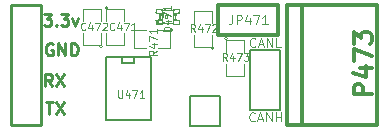
<source format=gto>
G04 (created by PCBNEW (2013-07-07 BZR 4022)-stable) date 25/02/2014 10:24:33*
%MOIN*%
G04 Gerber Fmt 3.4, Leading zero omitted, Abs format*
%FSLAX34Y34*%
G01*
G70*
G90*
G04 APERTURE LIST*
%ADD10C,0.00590551*%
%ADD11C,0.01*%
%ADD12C,0.004*%
%ADD13C,0.0039*%
%ADD14C,0.006*%
%ADD15C,0.005*%
%ADD16C,0.0026*%
%ADD17C,0.002*%
%ADD18C,0.012*%
%ADD19C,0.0043*%
%ADD20C,0.003*%
G04 APERTURE END LIST*
G54D10*
G54D11*
X54353Y-70461D02*
X54601Y-70461D01*
X54467Y-70614D01*
X54525Y-70614D01*
X54563Y-70633D01*
X54582Y-70652D01*
X54601Y-70690D01*
X54601Y-70785D01*
X54582Y-70823D01*
X54563Y-70842D01*
X54525Y-70861D01*
X54410Y-70861D01*
X54372Y-70842D01*
X54353Y-70823D01*
X54772Y-70823D02*
X54791Y-70842D01*
X54772Y-70861D01*
X54753Y-70842D01*
X54772Y-70823D01*
X54772Y-70861D01*
X54925Y-70461D02*
X55172Y-70461D01*
X55039Y-70614D01*
X55096Y-70614D01*
X55134Y-70633D01*
X55153Y-70652D01*
X55172Y-70690D01*
X55172Y-70785D01*
X55153Y-70823D01*
X55134Y-70842D01*
X55096Y-70861D01*
X54982Y-70861D01*
X54944Y-70842D01*
X54925Y-70823D01*
X55305Y-70595D02*
X55401Y-70861D01*
X55496Y-70595D01*
X54645Y-71455D02*
X54607Y-71436D01*
X54550Y-71436D01*
X54492Y-71455D01*
X54454Y-71494D01*
X54435Y-71532D01*
X54416Y-71608D01*
X54416Y-71665D01*
X54435Y-71741D01*
X54454Y-71779D01*
X54492Y-71817D01*
X54550Y-71836D01*
X54588Y-71836D01*
X54645Y-71817D01*
X54664Y-71798D01*
X54664Y-71665D01*
X54588Y-71665D01*
X54835Y-71836D02*
X54835Y-71436D01*
X55064Y-71836D01*
X55064Y-71436D01*
X55254Y-71836D02*
X55254Y-71436D01*
X55350Y-71436D01*
X55407Y-71455D01*
X55445Y-71494D01*
X55464Y-71532D01*
X55483Y-71608D01*
X55483Y-71665D01*
X55464Y-71741D01*
X55445Y-71779D01*
X55407Y-71817D01*
X55350Y-71836D01*
X55254Y-71836D01*
X54633Y-72861D02*
X54500Y-72671D01*
X54404Y-72861D02*
X54404Y-72461D01*
X54557Y-72461D01*
X54595Y-72480D01*
X54614Y-72500D01*
X54633Y-72538D01*
X54633Y-72595D01*
X54614Y-72633D01*
X54595Y-72652D01*
X54557Y-72671D01*
X54404Y-72671D01*
X54766Y-72461D02*
X55033Y-72861D01*
X55033Y-72461D02*
X54766Y-72861D01*
X54420Y-73411D02*
X54648Y-73411D01*
X54534Y-73811D02*
X54534Y-73411D01*
X54744Y-73411D02*
X55010Y-73811D01*
X55010Y-73411D02*
X54744Y-73811D01*
G54D12*
X61405Y-71532D02*
X61391Y-71547D01*
X61348Y-71561D01*
X61320Y-71561D01*
X61277Y-71547D01*
X61248Y-71518D01*
X61234Y-71490D01*
X61220Y-71432D01*
X61220Y-71390D01*
X61234Y-71332D01*
X61248Y-71304D01*
X61277Y-71275D01*
X61320Y-71261D01*
X61348Y-71261D01*
X61391Y-71275D01*
X61405Y-71290D01*
X61520Y-71475D02*
X61662Y-71475D01*
X61491Y-71561D02*
X61591Y-71261D01*
X61691Y-71561D01*
X61791Y-71561D02*
X61791Y-71261D01*
X61962Y-71561D01*
X61962Y-71261D01*
X62248Y-71561D02*
X62105Y-71561D01*
X62105Y-71261D01*
X61390Y-74012D02*
X61375Y-74027D01*
X61332Y-74041D01*
X61304Y-74041D01*
X61261Y-74027D01*
X61232Y-73998D01*
X61218Y-73970D01*
X61204Y-73912D01*
X61204Y-73870D01*
X61218Y-73812D01*
X61232Y-73784D01*
X61261Y-73755D01*
X61304Y-73741D01*
X61332Y-73741D01*
X61375Y-73755D01*
X61390Y-73770D01*
X61504Y-73955D02*
X61647Y-73955D01*
X61475Y-74041D02*
X61575Y-73741D01*
X61675Y-74041D01*
X61775Y-74041D02*
X61775Y-73741D01*
X61947Y-74041D01*
X61947Y-73741D01*
X62090Y-74041D02*
X62090Y-73741D01*
X62090Y-73884D02*
X62261Y-73884D01*
X62261Y-74041D02*
X62261Y-73741D01*
G54D13*
X56490Y-70250D02*
G75*
G03X56490Y-70250I-50J0D01*
G74*
G01*
X56440Y-70700D02*
X56440Y-70300D01*
X56440Y-70300D02*
X57040Y-70300D01*
X57040Y-70300D02*
X57040Y-70700D01*
X57040Y-71100D02*
X57040Y-71500D01*
X57040Y-71500D02*
X56440Y-71500D01*
X56440Y-71500D02*
X56440Y-71100D01*
X56310Y-71550D02*
G75*
G03X56310Y-71550I-50J0D01*
G74*
G01*
X56260Y-71100D02*
X56260Y-71500D01*
X56260Y-71500D02*
X55660Y-71500D01*
X55660Y-71500D02*
X55660Y-71100D01*
X55660Y-70700D02*
X55660Y-70300D01*
X55660Y-70300D02*
X56260Y-70300D01*
X56260Y-70300D02*
X56260Y-70700D01*
X58660Y-71000D02*
G75*
G03X58660Y-71000I-50J0D01*
G74*
G01*
X58160Y-71000D02*
X58560Y-71000D01*
X58560Y-71000D02*
X58560Y-71600D01*
X58560Y-71600D02*
X58160Y-71600D01*
X57760Y-71600D02*
X57360Y-71600D01*
X57360Y-71600D02*
X57360Y-71000D01*
X57360Y-71000D02*
X57760Y-71000D01*
X60025Y-71600D02*
G75*
G03X60025Y-71600I-50J0D01*
G74*
G01*
X59975Y-71150D02*
X59975Y-71550D01*
X59975Y-71550D02*
X59375Y-71550D01*
X59375Y-71550D02*
X59375Y-71150D01*
X59375Y-70750D02*
X59375Y-70350D01*
X59375Y-70350D02*
X59975Y-70350D01*
X59975Y-70350D02*
X59975Y-70750D01*
G54D11*
X53250Y-74175D02*
X53250Y-70175D01*
X54250Y-74175D02*
X54250Y-70175D01*
X54250Y-70175D02*
X53250Y-70175D01*
X53250Y-74175D02*
X54250Y-74175D01*
G54D14*
X61240Y-71660D02*
X62240Y-71660D01*
X62240Y-71660D02*
X62240Y-73660D01*
X62240Y-73660D02*
X61240Y-73660D01*
X61240Y-73660D02*
X61240Y-71660D01*
G54D15*
X56460Y-71890D02*
X56410Y-71890D01*
X56410Y-71890D02*
X56410Y-73990D01*
X57910Y-73990D02*
X57910Y-71890D01*
X57910Y-71890D02*
X56460Y-71890D01*
X57360Y-71890D02*
X57360Y-72090D01*
X57360Y-72090D02*
X56960Y-72090D01*
X56960Y-72090D02*
X56960Y-71890D01*
X57910Y-73990D02*
X56410Y-73990D01*
G54D13*
X60470Y-71270D02*
G75*
G03X60470Y-71270I-50J0D01*
G74*
G01*
X60420Y-71720D02*
X60420Y-71320D01*
X60420Y-71320D02*
X61020Y-71320D01*
X61020Y-71320D02*
X61020Y-71720D01*
X61020Y-72120D02*
X61020Y-72520D01*
X61020Y-72520D02*
X60420Y-72520D01*
X60420Y-72520D02*
X60420Y-72120D01*
G54D14*
X60240Y-74180D02*
X59240Y-74180D01*
X59240Y-73180D02*
X60240Y-73180D01*
X59240Y-74180D02*
X59240Y-73180D01*
X60240Y-73180D02*
X60240Y-74180D01*
G54D16*
X58279Y-70432D02*
X58279Y-70304D01*
X58279Y-70304D02*
X58082Y-70304D01*
X58082Y-70432D02*
X58082Y-70304D01*
X58279Y-70432D02*
X58082Y-70432D01*
X58279Y-70677D02*
X58279Y-70618D01*
X58279Y-70618D02*
X58180Y-70618D01*
X58180Y-70677D02*
X58180Y-70618D01*
X58279Y-70677D02*
X58180Y-70677D01*
X58279Y-70482D02*
X58279Y-70423D01*
X58279Y-70423D02*
X58180Y-70423D01*
X58180Y-70482D02*
X58180Y-70423D01*
X58279Y-70482D02*
X58180Y-70482D01*
X58279Y-70628D02*
X58279Y-70472D01*
X58279Y-70472D02*
X58210Y-70472D01*
X58210Y-70628D02*
X58210Y-70472D01*
X58279Y-70628D02*
X58210Y-70628D01*
X58868Y-70432D02*
X58868Y-70304D01*
X58868Y-70304D02*
X58671Y-70304D01*
X58671Y-70432D02*
X58671Y-70304D01*
X58868Y-70432D02*
X58671Y-70432D01*
X58868Y-70796D02*
X58868Y-70668D01*
X58868Y-70668D02*
X58671Y-70668D01*
X58671Y-70796D02*
X58671Y-70668D01*
X58868Y-70796D02*
X58671Y-70796D01*
X58770Y-70482D02*
X58770Y-70423D01*
X58770Y-70423D02*
X58671Y-70423D01*
X58671Y-70482D02*
X58671Y-70423D01*
X58770Y-70482D02*
X58671Y-70482D01*
X58770Y-70677D02*
X58770Y-70618D01*
X58770Y-70618D02*
X58671Y-70618D01*
X58671Y-70677D02*
X58671Y-70618D01*
X58770Y-70677D02*
X58671Y-70677D01*
X58740Y-70628D02*
X58740Y-70472D01*
X58740Y-70472D02*
X58671Y-70472D01*
X58671Y-70628D02*
X58671Y-70472D01*
X58740Y-70628D02*
X58671Y-70628D01*
X58475Y-70589D02*
X58475Y-70511D01*
X58475Y-70511D02*
X58397Y-70511D01*
X58397Y-70589D02*
X58397Y-70511D01*
X58475Y-70589D02*
X58397Y-70589D01*
X58279Y-70786D02*
X58279Y-70668D01*
X58279Y-70668D02*
X58161Y-70668D01*
X58161Y-70786D02*
X58161Y-70668D01*
X58279Y-70786D02*
X58161Y-70786D01*
X58111Y-70796D02*
X58111Y-70707D01*
X58111Y-70707D02*
X58082Y-70707D01*
X58082Y-70796D02*
X58082Y-70707D01*
X58111Y-70796D02*
X58082Y-70796D01*
G54D12*
X58269Y-70324D02*
X58681Y-70324D01*
X58671Y-70776D02*
X58111Y-70776D01*
G54D17*
X58169Y-70727D02*
G75*
G03X58169Y-70727I-28J0D01*
G74*
G01*
G54D12*
X58082Y-70687D02*
G75*
G03X58082Y-70413I0J137D01*
G74*
G01*
X58868Y-70413D02*
G75*
G03X58868Y-70687I0J-137D01*
G74*
G01*
G54D18*
X60175Y-71175D02*
X60175Y-70175D01*
X60175Y-70175D02*
X62175Y-70175D01*
X62175Y-70175D02*
X62175Y-71175D01*
X62175Y-71175D02*
X60175Y-71175D01*
X62960Y-74160D02*
X62960Y-70160D01*
X62460Y-74160D02*
X65460Y-74160D01*
X65460Y-74160D02*
X65460Y-70160D01*
X65460Y-70160D02*
X62460Y-70160D01*
X62460Y-70160D02*
X62460Y-74160D01*
G54D12*
X56700Y-70977D02*
X56688Y-70989D01*
X56652Y-71001D01*
X56628Y-71001D01*
X56593Y-70989D01*
X56569Y-70965D01*
X56557Y-70941D01*
X56545Y-70894D01*
X56545Y-70858D01*
X56557Y-70810D01*
X56569Y-70786D01*
X56593Y-70763D01*
X56628Y-70751D01*
X56652Y-70751D01*
X56688Y-70763D01*
X56700Y-70775D01*
X56914Y-70834D02*
X56914Y-71001D01*
X56855Y-70739D02*
X56795Y-70917D01*
X56950Y-70917D01*
X57021Y-70751D02*
X57188Y-70751D01*
X57081Y-71001D01*
X57414Y-71001D02*
X57271Y-71001D01*
X57343Y-71001D02*
X57343Y-70751D01*
X57319Y-70786D01*
X57295Y-70810D01*
X57271Y-70822D01*
X55740Y-70977D02*
X55728Y-70989D01*
X55692Y-71001D01*
X55668Y-71001D01*
X55633Y-70989D01*
X55609Y-70965D01*
X55597Y-70941D01*
X55585Y-70894D01*
X55585Y-70858D01*
X55597Y-70810D01*
X55609Y-70786D01*
X55633Y-70763D01*
X55668Y-70751D01*
X55692Y-70751D01*
X55728Y-70763D01*
X55740Y-70775D01*
X55954Y-70834D02*
X55954Y-71001D01*
X55895Y-70739D02*
X55835Y-70917D01*
X55990Y-70917D01*
X56061Y-70751D02*
X56228Y-70751D01*
X56121Y-71001D01*
X56311Y-70775D02*
X56323Y-70763D01*
X56347Y-70751D01*
X56406Y-70751D01*
X56430Y-70763D01*
X56442Y-70775D01*
X56454Y-70798D01*
X56454Y-70822D01*
X56442Y-70858D01*
X56299Y-71001D01*
X56454Y-71001D01*
X58111Y-71679D02*
X57992Y-71763D01*
X58111Y-71822D02*
X57861Y-71822D01*
X57861Y-71727D01*
X57873Y-71703D01*
X57885Y-71691D01*
X57908Y-71679D01*
X57944Y-71679D01*
X57968Y-71691D01*
X57980Y-71703D01*
X57992Y-71727D01*
X57992Y-71822D01*
X57944Y-71465D02*
X58111Y-71465D01*
X57849Y-71525D02*
X58027Y-71584D01*
X58027Y-71429D01*
X57861Y-71358D02*
X57861Y-71191D01*
X58111Y-71298D01*
X58111Y-70965D02*
X58111Y-71108D01*
X58111Y-71036D02*
X57861Y-71036D01*
X57896Y-71060D01*
X57920Y-71084D01*
X57932Y-71108D01*
X59395Y-71051D02*
X59311Y-70932D01*
X59252Y-71051D02*
X59252Y-70801D01*
X59347Y-70801D01*
X59371Y-70813D01*
X59383Y-70825D01*
X59395Y-70848D01*
X59395Y-70884D01*
X59383Y-70908D01*
X59371Y-70920D01*
X59347Y-70932D01*
X59252Y-70932D01*
X59609Y-70884D02*
X59609Y-71051D01*
X59550Y-70789D02*
X59490Y-70967D01*
X59645Y-70967D01*
X59716Y-70801D02*
X59883Y-70801D01*
X59776Y-71051D01*
X59966Y-70825D02*
X59978Y-70813D01*
X60002Y-70801D01*
X60061Y-70801D01*
X60085Y-70813D01*
X60097Y-70825D01*
X60109Y-70848D01*
X60109Y-70872D01*
X60097Y-70908D01*
X59954Y-71051D01*
X60109Y-71051D01*
X56831Y-73011D02*
X56831Y-73213D01*
X56843Y-73237D01*
X56855Y-73249D01*
X56879Y-73261D01*
X56926Y-73261D01*
X56950Y-73249D01*
X56962Y-73237D01*
X56974Y-73213D01*
X56974Y-73011D01*
X57200Y-73094D02*
X57200Y-73261D01*
X57140Y-72999D02*
X57081Y-73177D01*
X57236Y-73177D01*
X57307Y-73011D02*
X57474Y-73011D01*
X57367Y-73261D01*
X57700Y-73261D02*
X57557Y-73261D01*
X57629Y-73261D02*
X57629Y-73011D01*
X57605Y-73046D01*
X57581Y-73070D01*
X57557Y-73082D01*
G54D19*
X60460Y-72021D02*
X60376Y-71902D01*
X60317Y-72021D02*
X60317Y-71771D01*
X60412Y-71771D01*
X60436Y-71783D01*
X60448Y-71795D01*
X60460Y-71818D01*
X60460Y-71854D01*
X60448Y-71878D01*
X60436Y-71890D01*
X60412Y-71902D01*
X60317Y-71902D01*
X60674Y-71854D02*
X60674Y-72021D01*
X60615Y-71759D02*
X60555Y-71937D01*
X60710Y-71937D01*
X60781Y-71771D02*
X60948Y-71771D01*
X60841Y-72021D01*
X61019Y-71771D02*
X61174Y-71771D01*
X61091Y-71866D01*
X61126Y-71866D01*
X61150Y-71878D01*
X61162Y-71890D01*
X61174Y-71914D01*
X61174Y-71973D01*
X61162Y-71997D01*
X61150Y-72009D01*
X61126Y-72021D01*
X61055Y-72021D01*
X61031Y-72009D01*
X61019Y-71997D01*
X58581Y-71042D02*
X58331Y-71042D01*
X58331Y-70983D01*
X58343Y-70947D01*
X58366Y-70923D01*
X58390Y-70911D01*
X58438Y-70899D01*
X58474Y-70899D01*
X58521Y-70911D01*
X58545Y-70923D01*
X58569Y-70947D01*
X58581Y-70983D01*
X58581Y-71042D01*
X58414Y-70685D02*
X58581Y-70685D01*
X58319Y-70745D02*
X58497Y-70804D01*
X58497Y-70649D01*
X58331Y-70578D02*
X58331Y-70411D01*
X58581Y-70518D01*
X58581Y-70185D02*
X58581Y-70328D01*
X58581Y-70256D02*
X58331Y-70256D01*
X58366Y-70280D01*
X58390Y-70304D01*
X58402Y-70328D01*
G54D20*
X60639Y-70496D02*
X60639Y-70710D01*
X60625Y-70753D01*
X60596Y-70782D01*
X60553Y-70796D01*
X60525Y-70796D01*
X60782Y-70796D02*
X60782Y-70496D01*
X60896Y-70496D01*
X60925Y-70510D01*
X60939Y-70525D01*
X60953Y-70553D01*
X60953Y-70596D01*
X60939Y-70625D01*
X60925Y-70639D01*
X60896Y-70653D01*
X60782Y-70653D01*
X61210Y-70596D02*
X61210Y-70796D01*
X61139Y-70482D02*
X61067Y-70696D01*
X61253Y-70696D01*
X61339Y-70496D02*
X61539Y-70496D01*
X61410Y-70796D01*
X61810Y-70796D02*
X61639Y-70796D01*
X61725Y-70796D02*
X61725Y-70496D01*
X61696Y-70539D01*
X61667Y-70567D01*
X61639Y-70582D01*
G54D18*
X65282Y-73134D02*
X64682Y-73134D01*
X64682Y-72905D01*
X64711Y-72848D01*
X64740Y-72820D01*
X64797Y-72791D01*
X64882Y-72791D01*
X64940Y-72820D01*
X64968Y-72848D01*
X64997Y-72905D01*
X64997Y-73134D01*
X64882Y-72277D02*
X65282Y-72277D01*
X64654Y-72420D02*
X65082Y-72562D01*
X65082Y-72191D01*
X64682Y-72020D02*
X64682Y-71620D01*
X65282Y-71877D01*
X64682Y-71448D02*
X64682Y-71077D01*
X64911Y-71277D01*
X64911Y-71191D01*
X64940Y-71134D01*
X64968Y-71105D01*
X65025Y-71077D01*
X65168Y-71077D01*
X65225Y-71105D01*
X65254Y-71134D01*
X65282Y-71191D01*
X65282Y-71362D01*
X65254Y-71419D01*
X65225Y-71448D01*
M02*

</source>
